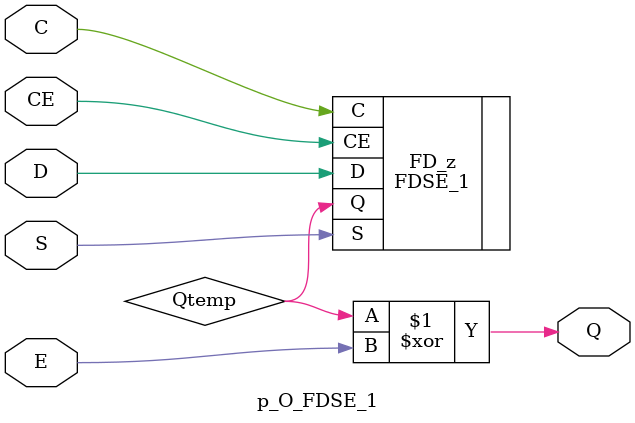
<source format=v>


module p_I_FD (Q,D,C,E);
parameter INIT=1'b0;

output Q;
input  D;
input  C;
input  E;
wire   Dtemp;

// Xilinx FD instance
defparam FD_z.INIT=INIT;
FD FD_z (.Q(Q),.D(Dtemp),.C(C));

// Error injection
xor (Dtemp,D,E);

endmodule
/////////////////////////////////////////////////////////////////////////
// p_O_FD	 FD error at output
/////////////////////////////////////////////////////////////////////////
module p_O_FD (Q,D,C,E);

parameter INIT = 1'b0; 
output Q;
input  D;
input  C;
input  E;
wire   Qtemp;

// Xilinx FD instance
FD #(.INIT(INIT)) FD_z (.Q(Qtemp),.D(D),.C(C));

// Error injection
xor (Q,Qtemp,E);

endmodule


/////////////////////////////////////////////////////////////////////////
// p_I_FD_1	 FD_1 error at input
/////////////////////////////////////////////////////////////////////////
module p_I_FD_1 (Q,D,C,E);

output Q;
input  D;
input  C;
input  E;
wire   Dtemp;

// Xilinx FD instance
FD_1 FD_z (.Q(Q),.D(Dtemp),.C(C));

// Error injection
xor (Dtemp,D,E);

endmodule
/////////////////////////////////////////////////////////////////////////
// p_O_FD_1	 FD_1 error at output
/////////////////////////////////////////////////////////////////////////
module p_O_FD_1 (Q,D,C,E);

output Q;
input  D;
input  C;
input  E;
wire   Qtemp;

// Xilinx FD instance
FD_1 FD_z (.Q(Qtemp),.D(D),.C(C));

// Error injection
xor (Q,Qtemp,E);

endmodule

/////////////////////////////////////////////////////////////////////////
// p_I_FDC	 FDC error at input
/////////////////////////////////////////////////////////////////////////
module p_I_FDC (Q,D,C,CLR,E);

output Q;
input  D;
input  C;
input  E;
input CLR;
wire   Dtemp;

// Xilinx FD instance
FDC FD_z (.Q(Q),.D(Dtemp),.C(C),.CLR(CLR));

// Error injection
xor (Dtemp,D,E);

endmodule
/////////////////////////////////////////////////////////////////////////
// p_O_FDC	 FDC error at output
/////////////////////////////////////////////////////////////////////////
module p_O_FDC (Q,D,C,CLR,E);

output Q;
input  D;
input  C;
input  E;
input CLR;
wire   Qtemp;

// Xilinx FD instance
FDC FD_z (.Q(Qtemp),.D(D),.C(C),.CLR(CLR));

// Error injection
xor (Q,Qtemp,E);

endmodule

/////////////////////////////////////////////////////////////////////////
// p_I_FDC_1	 FDC_1 error at input
/////////////////////////////////////////////////////////////////////////
module p_I_FDC_1 (Q,D,C,CLR,E);

output Q;
input  D;
input  C;
input  E;
input CLR;
wire   Dtemp;

// Xilinx FD instance
FDC_1 FD_z (.Q(Q),.D(Dtemp),.C(C),.CLR(CLR));

// Error injection
xor (Dtemp,D,E);

endmodule
/////////////////////////////////////////////////////////////////////////
// p_O_FDC_1	 FDC_1 error at output
/////////////////////////////////////////////////////////////////////////
module p_O_FDC_1 (Q,D,C,CLR,E);

output Q;
input  D;
input  C;
input  E;
input CLR;
wire   Qtemp;

// Xilinx FD instance
FDC_1 FD_z (.Q(Qtemp),.D(D),.C(C),.CLR(CLR));

// Error injection
xor (Q,Qtemp,E);

endmodule

/////////////////////////////////////////////////////////////////////////
// p_I_FDCE	 FDCE error at input
/////////////////////////////////////////////////////////////////////////
module p_I_FDCE (Q,D,C,CLR,CE,E);

output Q;
input  D;
input  C;
input  E;
input CLR;
input CE;
wire   Dtemp;

// Xilinx FD instance
FDCE FD_z (.Q(Q),.D(Dtemp),.C(C),.CLR(CLR),.CE(CE));

// Error injection
xor (Dtemp,D,E);

endmodule
/////////////////////////////////////////////////////////////////////////
// p_O_FDCE	 FDCE error at output
/////////////////////////////////////////////////////////////////////////
module p_O_FDCE (Q,D,C,CLR,CE,E);

output Q;
input  D;
input  C;
input  E;
input CLR;
input CE;
wire   Qtemp;

// Xilinx FD instance
FDCE FD_z (.Q(Qtemp),.D(D),.C(C),.CLR(CLR),.CE(CE));

// Error injection
xor (Q,Qtemp,E);

endmodule

/////////////////////////////////////////////////////////////////////////
// p_I_FDCE_1	 FDCE error at input
/////////////////////////////////////////////////////////////////////////
module p_I_FDCE_1 (Q,D,C,CLR,CE,E);

output Q;
input  D;
input  C;
input  E;
input CLR;
input CE;
wire   Dtemp;

// Xilinx FD instance
FDCE_1 FD_z (.Q(Q),.D(Dtemp),.C(C),.CLR(CLR),.CE(CE));

// Error injection
xor (Dtemp,D,E);

endmodule
/////////////////////////////////////////////////////////////////////////
// p_O_FDCE_1	 FDCE_1 error at output
/////////////////////////////////////////////////////////////////////////
module p_O_FDCE_1 (Q,D,C,CLR,CE,E);

output Q;
input  D;
input  C;
input  E;
input CLR;
input CE;
wire   Qtemp;

// Xilinx FD instance
FDCE_1 FD_z (.Q(Qtemp),.D(D),.C(C),.CLR(CLR),.CE(CE));

// Error injection
xor (Q,Qtemp,E);

endmodule


/////////////////////////////////////////////////////////////////////////
// p_I_FDCP	 FDCP error at input
/////////////////////////////////////////////////////////////////////////
module p_I_FDCP (Q,D,C,CLR,PRE,E);

output Q;
input  D;
input  C;
input  E;
input CLR;
input PRE;
wire   Dtemp;

// Xilinx FD instance
FDCP FD_z (.Q(Q),.D(Dtemp),.C(C),.CLR(CLR),.PRE(PRE));

// Error injection
xor (Dtemp,D,E);

endmodule
/////////////////////////////////////////////////////////////////////////
// p_O_FDCP	 FDCP error at output
/////////////////////////////////////////////////////////////////////////
module p_O_FDCP (Q,D,C,CLR,PRE,E);

output Q;
input  D;
input  C;
input  E;
input CLR;
input PRE;
wire   Qtemp;

// Xilinx FD instance
FDCP FD_z (.Q(Qtemp),.D(D),.C(C),.CLR(CLR),.PRE(PRE));

// Error injection
xor (Q,Qtemp,E);

endmodule


/////////////////////////////////////////////////////////////////////////
// p_I_FDCP_1	 FDCP_1 error at input
/////////////////////////////////////////////////////////////////////////
module p_I_FDCP_1 (Q,D,C,CLR,PRE,E);

output Q;
input  D;
input  C;
input  E;
input CLR;
input PRE;
wire   Dtemp;

// Xilinx FD instance
FDCP_1 FD_z (.Q(Q),.D(Dtemp),.C(C),.CLR(CLR),.PRE(PRE));

// Error injection
xor (Dtemp,D,E);

endmodule
/////////////////////////////////////////////////////////////////////////
// p_O_FDCP_1	 FDCP_1 error at output
/////////////////////////////////////////////////////////////////////////
module p_O_FDCP_1 (Q,D,C,CLR,PRE,E);

output Q;
input  D;
input  C;
input  E;
input CLR;
input PRE;
wire   Qtemp;

// Xilinx FD instance
FDCP_1 FD_z (.Q(Qtemp),.D(D),.C(C),.CLR(CLR),.PRE(PRE));

// Error injection
xor (Q,Qtemp,E);

endmodule


/////////////////////////////////////////////////////////////////////////
// p_I_FDCPE	 FDCPE error at input
/////////////////////////////////////////////////////////////////////////
module p_I_FDCPE (Q,D,C,CLR,PRE,CE,E);

output Q;
input  D;
input  C;
input  E;
input CLR;
input PRE;
input CE;
wire   Dtemp;

// Xilinx FD instance
FDCPE FD_z (.Q(Q),.D(Dtemp),.C(C),.CLR(CLR),.PRE(PRE),.CE(CE));

// Error injection
xor (Dtemp,D,E);

endmodule
/////////////////////////////////////////////////////////////////////////
// p_O_FDCPE	 FDCPE error at output
/////////////////////////////////////////////////////////////////////////
module p_O_FDCPE (Q,D,C,CLR,PRE,CE,E);

output Q;
input  D;
input  C;
input  E;
input CLR;
input PRE;
input CE;
wire   Qtemp;

// Xilinx FD instance
FDCPE FD_z (.Q(Qtemp),.D(D),.C(C),.CLR(CLR),.PRE(PRE),.CE(CE));

// Error injection
xor (Q,Qtemp,E);

endmodule

/////////////////////////////////////////////////////////////////////////
// p_I_FDCPE_1	 FDCPE_1 error at input
/////////////////////////////////////////////////////////////////////////
module p_I_FDCPE_1 (Q,D,C,CLR,PRE,CE,E);

output Q;
input  D;
input  C;
input  E;
input CLR;
input PRE;
input CE;
wire   Dtemp;

// Xilinx FD instance
FDCPE_1 FD_z (.Q(Q),.D(Dtemp),.C(C),.CLR(CLR),.PRE(PRE),.CE(CE));

// Error injection
xor (Dtemp,D,E);

endmodule
/////////////////////////////////////////////////////////////////////////
// p_O_FDCPE_1	 FDCPE_1 error at output
/////////////////////////////////////////////////////////////////////////
module p_O_FDCPE_1 (Q,D,C,CLR,PRE,CE,E);

output Q;
input  D;
input  C;
input  E;
input CLR;
input PRE;
input CE;
wire   Qtemp;

// Xilinx FD instance
FDCPE_1 FD_z (.Q(Qtemp),.D(D),.C(C),.CLR(CLR),.PRE(PRE),.CE(CE));

// Error injection
xor (Q,Qtemp,E);

endmodule


/////////////////////////////////////////////////////////////////////////
// p_I_FDE	 FDE error at input
/////////////////////////////////////////////////////////////////////////
module p_I_FDE (Q,D,C,CE,E);

output Q;
input  D;
input  C;
input  E;
input CE;
wire   Dtemp;

// Xilinx FD instance
FDE FD_z (.Q(Q),.D(Dtemp),.C(C),.CE(CE));

// Error injection
xor (Dtemp,D,E);

endmodule
/////////////////////////////////////////////////////////////////////////
// p_O_FDE	 FDE error at output
/////////////////////////////////////////////////////////////////////////
module p_O_FDE (Q,D,C,CE,E);
parameter INIT=1'b0;
output Q;
input  D;
input  C;
input  E;
input CE;
wire   Qtemp;

// Xilinx FD instance
FDE #(.INIT(INIT)) p_O_FDEFD_z (.Q(Qtemp),.D(D),.C(C),.CE(CE));

// Error injection
xor (Q,Qtemp,E);

endmodule


/////////////////////////////////////////////////////////////////////////
// p_I_FDE_1	 FDE_1 error at input
/////////////////////////////////////////////////////////////////////////
module p_I_FDE_1 (Q,D,C,CE,E);

output Q;
input  D;
input  C;
input  E;
input CE;
wire   Dtemp;

// Xilinx FD instance
FDE_1 FD_z (.Q(Q),.D(Dtemp),.C(C),.CE(CE));

// Error injection
xor (Dtemp,D,E);

endmodule
/////////////////////////////////////////////////////////////////////////
// p_O_FDE_1	 FDE_1 error at output
/////////////////////////////////////////////////////////////////////////
module p_O_FDE_1 (Q,D,C,CE,E);

output Q;
input  D;
input  C;
input  E;
input CE;
wire   Qtemp;

// Xilinx FD instance
FDE_1 FD_z (.Q(Qtemp),.D(D),.C(C),.CE(CE));

// Error injection
xor (Q,Qtemp,E);

endmodule


/////////////////////////////////////////////////////////////////////////
// p_I_FDP	 FDP error at input
/////////////////////////////////////////////////////////////////////////
module p_I_FDP (Q,D,C,PRE,E);

output Q;
input  D;
input  C;
input  E;
input PRE;
wire   Dtemp;

// Xilinx FD instance
FDP FD_z (.Q(Q),.D(Dtemp),.C(C),.PRE(PRE));

// Error injection
xor (Dtemp,D,E);

endmodule
/////////////////////////////////////////////////////////////////////////
// p_O_FDP	 FDP error at output
/////////////////////////////////////////////////////////////////////////
module p_O_FDP (Q,D,C,PRE,E);

output Q;
input  D;
input  C;
input  E;
input PRE;
wire   Qtemp;

// Xilinx FD instance
FDP FD_z (.Q(Qtemp),.D(D),.C(C),.PRE(PRE));

// Error injection
xor (Q,Qtemp,E);

endmodule


/////////////////////////////////////////////////////////////////////////
// p_I_FDP_1	 FDP_1 error at input
/////////////////////////////////////////////////////////////////////////
module p_I_FDP_1 (Q,D,C,PRE,E);

output Q;
input  D;
input  C;
input  E;
input PRE;
wire   Dtemp;

// Xilinx FD instance
FDP_1 FD_z (.Q(Q),.D(Dtemp),.C(C),.PRE(PRE));

// Error injection
xor (Dtemp,D,E);

endmodule
/////////////////////////////////////////////////////////////////////////
// p_O_FDP_1	 FDP_1 error at output
/////////////////////////////////////////////////////////////////////////
module p_O_FDP_1 (Q,D,C,PRE,E);

output Q;
input  D;
input  C;
input  E;
input PRE;
wire   Qtemp;

// Xilinx FD instance
FDP_1 FD_z (.Q(Qtemp),.D(D),.C(C),.PRE(PRE));

// Error injection
xor (Q,Qtemp,E);

endmodule


/////////////////////////////////////////////////////////////////////////
// p_I_FDPE	 FDPE error at input
/////////////////////////////////////////////////////////////////////////
module p_I_FDPE (Q,D,C,PRE,CE,E);

output Q;
input  D;
input  C;
input  E;
input PRE;
input CE;
wire   Dtemp;

// Xilinx FD instance
FDPE FD_z (.Q(Q),.D(Dtemp),.C(C),.PRE(PRE),.CE(CE));

// Error injection
xor (Dtemp,D,E);

endmodule
/////////////////////////////////////////////////////////////////////////
// p_O_FDPE	 FDPE error at output
/////////////////////////////////////////////////////////////////////////
module p_O_FDPE (Q,D,C,PRE,CE,E);

output Q;
input  D;
input  C;
input  E;
input PRE;
input CE;
wire   Qtemp;

// Xilinx FD instance
FDPE FD_z (.Q(Qtemp),.D(D),.C(C),.PRE(PRE),.CE(CE));

// Error injection
xor (Q,Qtemp,E);

endmodule


/////////////////////////////////////////////////////////////////////////
// p_I_FDPE_1	 FDPE_1 error at input
/////////////////////////////////////////////////////////////////////////
module p_I_FDPE_1 (Q,D,C,PRE,CE,E);

output Q;
input  D;
input  C;
input  E;
input PRE;
input CE;
wire   Dtemp;

// Xilinx FD instance
FDPE_1 FD_z (.Q(Q),.D(Dtemp),.C(C),.PRE(PRE),.CE(CE));

// Error injection
xor (Dtemp,D,E);

endmodule
/////////////////////////////////////////////////////////////////////////
// p_O_FDPE_1	 FDPE_1 error at output
/////////////////////////////////////////////////////////////////////////
module p_O_FDPE_1 (Q,D,C,PRE,CE,E);

output Q;
input  D;
input  C;
input  E;
input PRE;
input CE;
wire   Qtemp;

// Xilinx FD instance
FDPE_1 FD_z (.Q(Qtemp),.D(D),.C(C),.PRE(PRE),.CE(CE));

// Error injection
xor (Q,Qtemp,E);

endmodule


/////////////////////////////////////////////////////////////////////////
// p_I_FDR	 FDR error at input
/////////////////////////////////////////////////////////////////////////
module p_I_FDR (Q,D,C,R,E);

output Q;
input  D;
input  C;
input  E;
input R;
wire   Dtemp;

// Xilinx FD instance
FDR FD_z (.Q(Q),.D(Dtemp),.C(C),.R(R));

// Error injection
xor (Dtemp,D,E);

endmodule
/////////////////////////////////////////////////////////////////////////
// p_O_FDR	 FDR error at output
/////////////////////////////////////////////////////////////////////////
module p_O_FDR (Q,D,C,R,E);
parameter INIT=1'b0;
output Q;
input  D;
input  C;
input  E;
input R;
wire   Qtemp;
defparam FD_z.INIT=INIT;
// Xilinx FD instance
FDR FD_z (.Q(Qtemp),.D(D),.C(C),.R(R));

// Error injection
xor (Q,Qtemp,E);

endmodule


/////////////////////////////////////////////////////////////////////////
// p_I_FDR_1	 FDR_1 error at input
/////////////////////////////////////////////////////////////////////////
module p_I_FDR_1 (Q,D,C,R,E);

output Q;
input  D;
input  C;
input  E;
input R;
wire   Dtemp;

// Xilinx FD instance
FDR_1 FD_z (.Q(Q),.D(Dtemp),.C(C),.R(R));

// Error injection
xor (Dtemp,D,E);

endmodule
/////////////////////////////////////////////////////////////////////////
// p_O_FDR_1	 FDR_1 error at output
/////////////////////////////////////////////////////////////////////////
module p_O_FDR_1 (Q,D,C,R,E);

output Q;
input  D;
input  C;
input  E;
input R;
wire   Qtemp;

// Xilinx FD instance
FDR_1 FD_z (.Q(Qtemp),.D(D),.C(C),.R(R));

// Error injection
xor (Q,Qtemp,E);

endmodule

/////////////////////////////////////////////////////////////////////////
// p_I_FDRE	 FDRE error at input
/////////////////////////////////////////////////////////////////////////
module p_I_FDRE (Q,D,C,R,CE,E);

output Q;
input  D;
input  C;
input  E;
input R;
input CE;
wire   Dtemp;

// Xilinx FD instance
FDRE FD_z (.Q(Q),.D(Dtemp),.C(C),.R(R),.CE(CE));

// Error injection
xor (Dtemp,D,E);

endmodule
/////////////////////////////////////////////////////////////////////////
// p_O_FDRE	 FDRE error at output
/////////////////////////////////////////////////////////////////////////
module p_O_FDRE (Q,D,C,R,CE,E);
parameter INIT=1'b0;
output Q;
input  D;
input  C;
input  E;
input R;
input CE;
wire   Qtemp;

// Xilinx FD instance
FDRE #(.INIT(INIT)) FD_z (.Q(Qtemp),.D(D),.C(C),.R(R),.CE(CE));

// Error injection
xor (Q,Qtemp,E);

endmodule


/////////////////////////////////////////////////////////////////////////
// p_I_FDRE_1	 FDRE_1 error at input
/////////////////////////////////////////////////////////////////////////
module p_I_FDRE_1 (Q,D,C,R,CE,E);

output Q;
input  D;
input  C;
input  E;
input R;
input CE;
wire   Dtemp;

// Xilinx FD instance
FDRE_1 FD_z (.Q(Q),.D(Dtemp),.C(C),.R(R),.CE(CE));

// Error injection
xor (Dtemp,D,E);

endmodule
/////////////////////////////////////////////////////////////////////////
// p_O_FDRE_1	 FDRE_1 error at output
/////////////////////////////////////////////////////////////////////////
module p_O_FDRE_1 (Q,D,C,R,CE,E);

output Q;
input  D;
input  C;
input  E;
input R;
input CE;
wire   Qtemp;

// Xilinx FD instance
FDRE_1 FD_z (.Q(Qtemp),.D(D),.C(C),.R(R),.CE(CE));

// Error injection
xor (Q,Qtemp,E);

endmodule


/////////////////////////////////////////////////////////////////////////
// p_I_FDRS	 FDRS error at input
/////////////////////////////////////////////////////////////////////////
module p_I_FDRS (Q,D,C,R,S,E);

output Q;
input  D;
input  C;
input  E;
input R;
input S;
wire   Dtemp;

// Xilinx FD instance
FDRS FD_z (.Q(Q),.D(Dtemp),.C(C),.R(R),.S(S));

// Error injection
xor (Dtemp,D,E);

endmodule
/////////////////////////////////////////////////////////////////////////
// p_O_FDRS	 FDRS error at output
/////////////////////////////////////////////////////////////////////////
module p_O_FDRS (Q,D,C,R,S,E);

output Q;
input  D;
input  C;
input  E;
input R;
input S;
wire   Qtemp;

// Xilinx FD instance
FDRS FD_z (.Q(Qtemp),.D(D),.C(C),.R(R),.S(S));

// Error injection
xor (Q,Qtemp,E);

endmodule


/////////////////////////////////////////////////////////////////////////
// p_I_FDRS_1	 FDRS_1 error at input
/////////////////////////////////////////////////////////////////////////
module p_I_FDRS_1 (Q,D,C,R,S,E);

output Q;
input  D;
input  C;
input  E;
input R;
input S;
wire   Dtemp;

// Xilinx FD instance
FDRS_1 FD_z (.Q(Q),.D(Dtemp),.C(C),.R(R),.S(S));

// Error injection
xor (Dtemp,D,E);

endmodule
/////////////////////////////////////////////////////////////////////////
// p_O_FDRS_1	 FDRS_1 error at output
/////////////////////////////////////////////////////////////////////////
module p_O_FDRS_1 (Q,D,C,R,S,E);

output Q;
input  D;
input  C;
input  E;
input R;
input S;
wire   Qtemp;

// Xilinx FD instance
FDRS_1 FD_z (.Q(Qtemp),.D(D),.C(C),.R(R),.S(S));

// Error injection
xor (Q,Qtemp,E);

endmodule




/////////////////////////////////////////////////////////////////////////
// p_I_FDRSE	 FDRS error at input
/////////////////////////////////////////////////////////////////////////
module p_I_FDRSE (Q,D,C,R,S,CE,E);

output Q;
input  D;
input  C;
input  E;
input R;
input S;
input CE;
wire   Dtemp;

// Xilinx FD instance
FDRSE FD_z (.Q(Q),.D(Dtemp),.C(C),.R(R),.S(S),.CE(CE));

// Error injection
xor (Dtemp,D,E);

endmodule
/////////////////////////////////////////////////////////////////////////
// p_O_FDRSE	 FDRSE error at output
/////////////////////////////////////////////////////////////////////////
module p_O_FDRSE (Q,D,C,R,S,CE,E);

output Q;
input  D;
input  C;
input  E;
input R;
input S;
input CE;
wire   Qtemp;

// Xilinx FD instance
FDRSE FD_z (.Q(Qtemp),.D(D),.C(C),.R(R),.S(S),.CE(CE));

// Error injection
xor (Q,Qtemp,E);

endmodule


/////////////////////////////////////////////////////////////////////////
// p_I_FDRSE_1	 FDRSE_1 error at input
/////////////////////////////////////////////////////////////////////////
module p_I_FDRSE_1 (Q,D,C,R,S,CE,E);

output Q;
input  D;
input  C;
input  E;
input R;
input S;
input CE;
wire   Dtemp;

// Xilinx FD instance
FDRSE_1 FD_z (.Q(Q),.D(Dtemp),.C(C),.R(R),.S(S),.CE(CE));

// Error injection
xor (Dtemp,D,E);

endmodule
/////////////////////////////////////////////////////////////////////////
// p_O_FDRSE_1	 FDRSE_1 error at output
/////////////////////////////////////////////////////////////////////////
module p_O_FDRSE_1 (Q,D,C,R,S,CE,E);

output Q;
input  D;
input  C;
input  E;
input R;
input S;
input CE;
wire   Qtemp;

// Xilinx FD instance
FDRSE_1 FD_z (.Q(Qtemp),.D(D),.C(C),.R(R),.S(S),.CE(CE));

// Error injection
xor (Q,Qtemp,E);

endmodule


/////////////////////////////////////////////////////////////////////////
// p_I_FDS	 FDS error at input
/////////////////////////////////////////////////////////////////////////
module p_I_FDS (Q,D,C,S,E);

output Q;
input  D;
input  C;
input  E;
input S;
wire   Dtemp;

// Xilinx FD instance
FDS FD_z (.Q(Q),.D(Dtemp),.C(C),.S(S));

// Error injection
xor (Dtemp,D,E);

endmodule
/////////////////////////////////////////////////////////////////////////
// p_O_FDS	 FDS error at output
/////////////////////////////////////////////////////////////////////////
module p_O_FDS (Q,D,C,S,E);

output Q;
input  D;
input  C;
input  E;
input S;
wire   Qtemp;

// Xilinx FD instance
FDS FD_z (.Q(Qtemp),.D(D),.C(C),.S(S));

// Error injection
xor (Q,Qtemp,E);

endmodule


/////////////////////////////////////////////////////////////////////////
// p_I_FDS_1	 FDS_1 error at input
/////////////////////////////////////////////////////////////////////////
module p_I_FDS_1 (Q,D,C,S,E);

output Q;
input  D;
input  C;
input  E;
input S;
wire   Dtemp;

// Xilinx FD instance
FDS_1 FD_z (.Q(Q),.D(Dtemp),.C(C),.S(S));

// Error injection
xor (Dtemp,D,E);

endmodule
/////////////////////////////////////////////////////////////////////////
// p_O_FDS_1	 FDS_1 error at output
/////////////////////////////////////////////////////////////////////////
module p_O_FDS_1 (Q,D,C,S,E);

output Q;
input  D;
input  C;
input  E;
input S;
wire   Qtemp;

// Xilinx FD instance
FDS_1 FD_z (.Q(Qtemp),.D(D),.C(C),.S(S));

// Error injection
xor (Q,Qtemp,E);

endmodule



/////////////////////////////////////////////////////////////////////////
// p_I_FDSE	 FDSE error at input
/////////////////////////////////////////////////////////////////////////
module p_I_FDSE (Q,D,C,S,CE,E);

output Q;
input  D;
input  C;
input  E;
input S;
input CE;
wire   Dtemp;

// Xilinx FD instance
FDSE FD_z (.Q(Q),.D(Dtemp),.C(C),.S(S),.CE(CE));

// Error injection
xor (Dtemp,D,E);

endmodule
/////////////////////////////////////////////////////////////////////////
// p_O_FDSE	 FDSE error at output
/////////////////////////////////////////////////////////////////////////
module p_O_FDSE (Q,D,C,S,CE,E);

output Q;
input  D;
input  C;
input  E;
input S;
input CE;
wire   Qtemp;

// Xilinx FD instance
FDSE FD_z (.Q(Qtemp),.D(D),.C(C),.S(S),.CE(CE));

// Error injection
xor (Q,Qtemp,E);

endmodule


/////////////////////////////////////////////////////////////////////////
// p_I_FDSE_1	 FDSE_1 error at input
/////////////////////////////////////////////////////////////////////////
module p_I_FDSE_1 (Q,D,C,S,CE,E);

output Q;
input  D;
input  C;
input  E;
input S;
input CE;
wire   Dtemp;

// Xilinx FD instance
FDSE_1 FD_z (.Q(Q),.D(Dtemp),.C(C),.S(S),.CE(CE));

// Error injection
xor (Dtemp,D,E);

endmodule
/////////////////////////////////////////////////////////////////////////
// p_O_FDSE_1	 FDSE_1 error at output
/////////////////////////////////////////////////////////////////////////
module p_O_FDSE_1 (Q,D,C,S,CE,E);

output Q;
input  D;
input  C;
input  E;
input S;
input CE;
wire   Qtemp;

// Xilinx FD instance
FDSE_1 FD_z (.Q(Qtemp),.D(D),.C(C),.S(S),.CE(CE));

// Error injection
xor (Q,Qtemp,E);

endmodule

</source>
